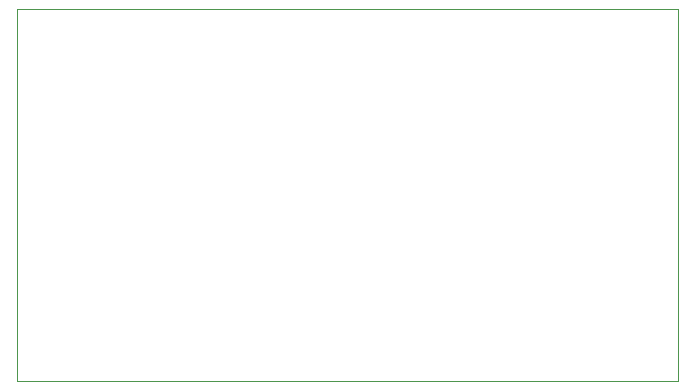
<source format=gbr>
G04 #@! TF.GenerationSoftware,KiCad,Pcbnew,5.1.5+dfsg1-2build2*
G04 #@! TF.CreationDate,2023-09-14T16:19:52+02:00*
G04 #@! TF.ProjectId,CCS_pico_board_2,4343535f-7069-4636-9f5f-626f6172645f,rev?*
G04 #@! TF.SameCoordinates,Original*
G04 #@! TF.FileFunction,Profile,NP*
%FSLAX46Y46*%
G04 Gerber Fmt 4.6, Leading zero omitted, Abs format (unit mm)*
G04 Created by KiCad (PCBNEW 5.1.5+dfsg1-2build2) date 2023-09-14 16:19:52*
%MOMM*%
%LPD*%
G04 APERTURE LIST*
%ADD10C,0.050000*%
G04 APERTURE END LIST*
D10*
X30000000Y-74500000D02*
X30000000Y-106000000D01*
X86000000Y-74500000D02*
X30000000Y-74500000D01*
X86000000Y-106000000D02*
X86000000Y-74500000D01*
X30000000Y-106000000D02*
X86000000Y-106000000D01*
M02*

</source>
